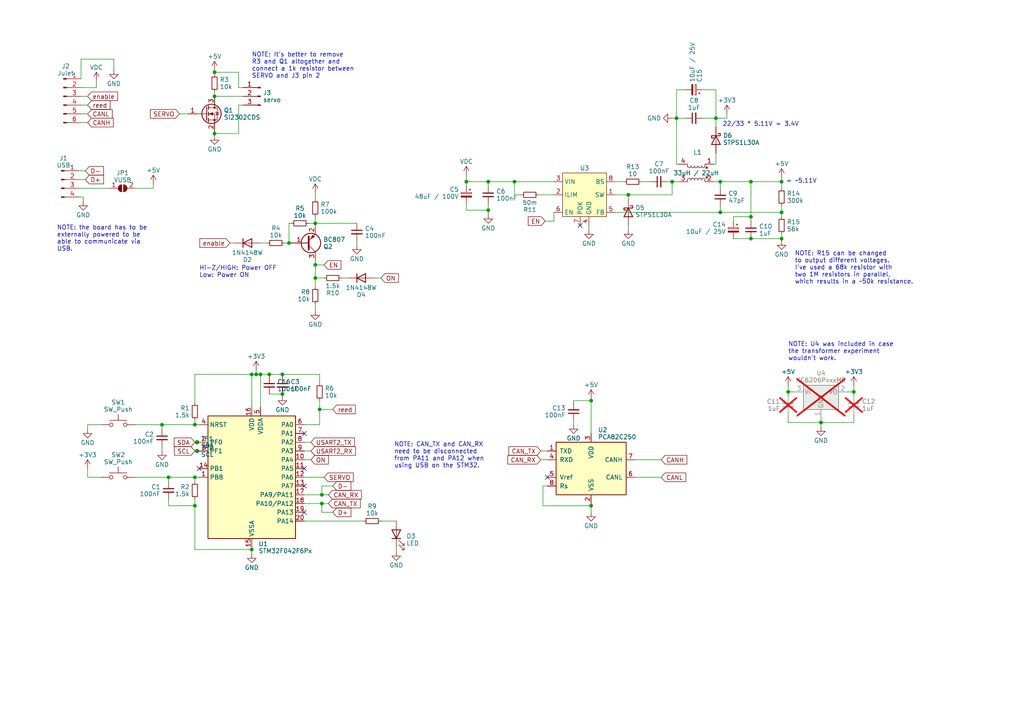
<source format=kicad_sch>
(kicad_sch (version 20230121) (generator eeschema)
  (paper "A4")
  (lib_symbols
    (symbol "Connector:Conn_01x03_Pin" (pin_names (offset 1.016) hide)
      (property "Reference" "J" (at 0 5.08 0))
      (property "Value" "Conn_01x03_Pin" (at 0 -5.08 0))
      (symbol "Conn_01x03_Pin_1_1"
        (pin passive line (at 5.08 2.54 180) (length 3.81) (name "Pin_1") (number "1"))
        (pin passive line (at 5.08 0 180) (length 3.81) (name "Pin_2") (number "2"))
        (pin passive line (at 5.08 -2.54 180) (length 3.81) (name "Pin_3") (number "3"))
      )
    )
    (symbol "Connector:Conn_01x04_Pin" (pin_names (offset 1.016) hide)
      (property "Reference" "J" (at 0 5.08 0))
      (property "Value" "Conn_01x04_Pin" (at 0 -7.62 0))
      (symbol "Conn_01x04_Pin_1_1"
        (pin passive line (at 5.08 2.54 180) (length 3.81) (name "Pin_1") (number "1"))
        (pin passive line (at 5.08 0 180) (length 3.81) (name "Pin_2") (number "2"))
        (pin passive line (at 5.08 -2.54 180) (length 3.81) (name "Pin_3") (number "3"))
        (pin passive line (at 5.08 -5.08 180) (length 3.81) (name "Pin_4") (number "4"))
      )
    )
    (symbol "Connector:Conn_01x06_Pin" (pin_names (offset 1.016) hide)
      (property "Reference" "J" (at 0 7.62 0))
      (property "Value" "Conn_01x06_Pin" (at 0 -10.16 0))
      (symbol "Conn_01x06_Pin_1_1"
        (pin passive line (at 5.08 5.08 180) (length 3.81) (name "Pin_1") (number "1"))
        (pin passive line (at 5.08 2.54 180) (length 3.81) (name "Pin_2") (number "2"))
        (pin passive line (at 5.08 0 180) (length 3.81) (name "Pin_3") (number "3"))
        (pin passive line (at 5.08 -2.54 180) (length 3.81) (name "Pin_4") (number "4"))
        (pin passive line (at 5.08 -5.08 180) (length 3.81) (name "Pin_5") (number "5"))
        (pin passive line (at 5.08 -7.62 180) (length 3.81) (name "Pin_6") (number "6"))
      )
    )
    (symbol "Connector:TestPoint_Small" (pin_numbers hide) (pin_names (offset 0.762) hide)
      (property "Reference" "TP" (at 0 3.81 0))
      (property "Value" "TestPoint_Small" (at 0 2.032 0))
      (symbol "TestPoint_Small_1_1"
        (pin passive line (at 0 0 90) (length 0) (name "1") (number "1"))
      )
    )
    (symbol "Device:C_Polarized_Small" (pin_numbers hide) (pin_names (offset 0.254) hide)
      (property "Reference" "C" (at 0.254 1.778 0))
      (property "Value" "C_Polarized_Small" (at 0.254 -2.032 0))
      (symbol "C_Polarized_Small_1_1"
        (pin passive line (at 0 2.54 270) (length 1.8542) (name "~") (number "1"))
        (pin passive line (at 0 -2.54 90) (length 1.8542) (name "~") (number "2"))
      )
    )
    (symbol "Device:C_Small" (pin_numbers hide) (pin_names (offset 0.254) hide)
      (property "Reference" "C" (at 0.254 1.778 0))
      (property "Value" "C_Small" (at 0.254 -2.032 0))
      (symbol "C_Small_1_1"
        (pin passive line (at 0 2.54 270) (length 2.032) (name "~") (number "1"))
        (pin passive line (at 0 -2.54 90) (length 2.032) (name "~") (number "2"))
      )
    )
    (symbol "Device:D_Schottky" (pin_numbers hide) (pin_names (offset 1.016) hide)
      (property "Reference" "D" (at 0 2.54 0))
      (property "Value" "D_Schottky" (at 0 -2.54 0))
      (symbol "D_Schottky_1_1"
        (pin passive line (at -3.81 0 0) (length 2.54) (name "K") (number "1"))
        (pin passive line (at 3.81 0 180) (length 2.54) (name "A") (number "2"))
      )
    )
    (symbol "Device:LED" (pin_numbers hide) (pin_names (offset 1.016) hide)
      (property "Reference" "D" (at 0 2.54 0))
      (property "Value" "LED" (at 0 -2.54 0))
      (symbol "LED_1_1"
        (pin passive line (at -3.81 0 0) (length 2.54) (name "K") (number "1"))
        (pin passive line (at 3.81 0 180) (length 2.54) (name "A") (number "2"))
      )
    )
    (symbol "Device:L_Coupled_1423" (pin_names (offset 0.254) hide)
      (property "Reference" "L" (at 0 4.445 0))
      (property "Value" "L_Coupled_1423" (at 0 -4.445 0))
      (symbol "L_Coupled_1423_1_1"
        (pin passive line (at -5.08 2.54 0) (length 2.54) (name "1") (number "1"))
        (pin passive line (at -5.08 -2.54 0) (length 2.54) (name "2") (number "2"))
        (pin passive line (at 5.08 -2.54 180) (length 2.54) (name "3") (number "3"))
        (pin passive line (at 5.08 2.54 180) (length 2.54) (name "4") (number "4"))
      )
    )
    (symbol "Device:R_Small" (pin_numbers hide) (pin_names (offset 0.254) hide)
      (property "Reference" "R" (at 0.762 0.508 0))
      (property "Value" "R_Small" (at 0.762 -1.016 0))
      (symbol "R_Small_1_1"
        (pin passive line (at 0 2.54 270) (length 0.762) (name "~") (number "1"))
        (pin passive line (at 0 -2.54 90) (length 0.762) (name "~") (number "2"))
      )
    )
    (symbol "Diode:1N4148W" (pin_numbers hide) (pin_names hide)
      (property "Reference" "D" (at 0 2.54 0))
      (property "Value" "1N4148W" (at 0 -2.54 0))
      (symbol "1N4148W_1_1"
        (pin passive line (at -3.81 0 0) (length 2.54) (name "K") (number "1"))
        (pin passive line (at 3.81 0 180) (length 2.54) (name "A") (number "2"))
      )
    )
    (symbol "Jumper:SolderJumper_2_Open" (pin_names (offset 0) hide)
      (property "Reference" "JP" (at 0 2.032 0))
      (property "Value" "SolderJumper_2_Open" (at 0 -2.54 0))
      (symbol "SolderJumper_2_Open_1_1"
        (pin passive line (at -3.81 0 0) (length 2.54) (name "A") (number "1"))
        (pin passive line (at 3.81 0 180) (length 2.54) (name "B") (number "2"))
      )
    )
    (symbol "MCU_ST_STM32F0:STM32F042F6Px"
      (property "Reference" "U" (at -12.7 19.05 0))
      (property "Value" "STM32F042F6Px" (at 5.08 19.05 0))
      (symbol "STM32F042F6Px_1_1"
        (pin bidirectional line (at -15.24 0 0) (length 2.54) (name "PB8") (number "1"))
        (pin bidirectional line (at 15.24 5.08 180) (length 2.54) (name "PA4") (number "10"))
        (pin bidirectional line (at 15.24 2.54 180) (length 2.54) (name "PA5") (number "11"))
        (pin bidirectional line (at 15.24 0 180) (length 2.54) (name "PA6") (number "12"))
        (pin bidirectional line (at 15.24 -2.54 180) (length 2.54) (name "PA7") (number "13"))
        (pin bidirectional line (at -15.24 2.54 0) (length 2.54) (name "PB1") (number "14"))
        (pin power_in line (at 0 -20.32 90) (length 2.54) (name "VSSA") (number "15"))
        (pin power_in line (at 0 20.32 270) (length 2.54) (name "VDD") (number "16"))
        (pin bidirectional line (at 15.24 -5.08 180) (length 2.54) (name "PA9/PA11") (number "17"))
        (pin bidirectional line (at 15.24 -7.62 180) (length 2.54) (name "PA10/PA12") (number "18"))
        (pin bidirectional line (at 15.24 -10.16 180) (length 2.54) (name "PA13") (number "19"))
        (pin bidirectional line (at -15.24 10.16 0) (length 2.54) (name "PF0") (number "2"))
        (pin bidirectional line (at 15.24 -12.7 180) (length 2.54) (name "PA14") (number "20"))
        (pin bidirectional line (at -15.24 7.62 0) (length 2.54) (name "PF1") (number "3"))
        (pin input line (at -15.24 15.24 0) (length 2.54) (name "NRST") (number "4"))
        (pin power_in line (at 2.54 20.32 270) (length 2.54) (name "VDDA") (number "5"))
        (pin bidirectional line (at 15.24 15.24 180) (length 2.54) (name "PA0") (number "6"))
        (pin bidirectional line (at 15.24 12.7 180) (length 2.54) (name "PA1") (number "7"))
        (pin bidirectional line (at 15.24 10.16 180) (length 2.54) (name "PA2") (number "8"))
        (pin bidirectional line (at 15.24 7.62 180) (length 2.54) (name "PA3") (number "9"))
      )
    )
    (symbol "PCM_4ms_Power-symbol:+3.3V" (power) (pin_names (offset 0))
      (property "Value" "+3.3V" (at 0 3.556 0))
      (symbol "+3.3V_1_1"
        (pin power_in line (at 0 0 90) (length 0) hide (name "+3V3") (number "1"))
      )
    )
    (symbol "PCM_4ms_Power-symbol:+5V" (power) (pin_names (offset 0))
      (property "Value" "+5V" (at 0 3.556 0))
      (symbol "+5V_1_1"
        (pin power_in line (at 0 0 90) (length 0) hide (name "+5V") (number "1"))
      )
    )
    (symbol "PCM_4ms_Power-symbol:GND" (power) (pin_names (offset 0))
      (property "Value" "GND" (at 0 -3.81 0))
      (symbol "GND_1_1"
        (pin power_in line (at 0 0 270) (length 0) hide (name "GND") (number "1"))
      )
    )
    (symbol "Regulator_Linear:XC6206PxxxMR" (pin_names (offset 0.254))
      (property "Reference" "U" (at -3.81 3.175 0))
      (property "Value" "XC6206PxxxMR" (at 0 3.175 0))
      (symbol "XC6206PxxxMR_1_1"
        (pin power_in line (at 0 -7.62 90) (length 2.54) (name "GND") (number "1"))
        (pin power_out line (at 7.62 0 180) (length 2.54) (name "VO") (number "2"))
        (pin power_in line (at -7.62 0 0) (length 2.54) (name "VI") (number "3"))
      )
    )
    (symbol "Switch:SW_Push" (pin_numbers hide) (pin_names (offset 1.016) hide)
      (property "Reference" "SW" (at 1.27 2.54 0))
      (property "Value" "SW_Push" (at 0 -1.524 0))
      (symbol "SW_Push_0_1"
        (pin passive line (at -5.08 0 0) (length 2.54) (name "1") (number "1"))
        (pin passive line (at 5.08 0 180) (length 2.54) (name "2") (number "2"))
      )
    )
    (symbol "Transistor_BJT:BC807" (pin_names (offset 0) hide)
      (property "Reference" "Q" (at 5.08 1.905 0))
      (property "Value" "BC807" (at 5.08 0 0))
      (symbol "BC807_1_1"
        (pin input line (at -5.08 0 0) (length 5.715) (name "B") (number "1"))
        (pin passive line (at 2.54 -5.08 90) (length 2.54) (name "E") (number "2"))
        (pin passive line (at 2.54 5.08 270) (length 2.54) (name "C") (number "3"))
      )
    )
    (symbol "Transistor_FET:2N7002" (pin_names hide)
      (property "Reference" "Q" (at 5.08 1.905 0))
      (property "Value" "2N7002" (at 5.08 0 0))
      (symbol "2N7002_1_1"
        (pin input line (at -5.08 0 0) (length 2.54) (name "G") (number "1"))
        (pin passive line (at 2.54 -5.08 90) (length 2.54) (name "S") (number "2"))
        (pin passive line (at 2.54 5.08 270) (length 2.54) (name "D") (number "3"))
      )
    )
    (symbol "lib:PCA82C250" (pin_names (offset 1.016))
      (property "Reference" "U" (at -10.16 8.89 0))
      (property "Value" "PCA82C250" (at 2.54 8.89 0))
      (symbol "PCA82C250_1_1"
        (pin input line (at -12.7 5.08 0) (length 2.54) (name "TXD") (number "1"))
        (pin power_in line (at 0 -10.16 90) (length 2.54) (name "VSS") (number "2"))
        (pin power_in line (at 0 10.16 270) (length 2.54) (name "VDD") (number "3"))
        (pin output line (at -12.7 2.54 0) (length 2.54) (name "RXD") (number "4"))
        (pin input line (at -12.7 -2.54 0) (length 2.54) (name "Vref") (number "5"))
        (pin bidirectional line (at 12.7 -2.54 180) (length 2.54) (name "CANL") (number "6"))
        (pin bidirectional line (at 12.7 2.54 180) (length 2.54) (name "CANH") (number "7"))
        (pin input line (at -12.7 -5.08 0) (length 2.54) (name "Rs") (number "8"))
      )
    )
    (symbol "lib:TX4139"
      (property "Reference" "U" (at 0 10.16 0))
      (symbol "TX4139_1_1"
        (pin output line (at 8.89 2.54 180) (length 2.54) (name "SW") (number "1"))
        (pin input line (at -8.89 2.54 0) (length 2.54) (name "ILIM") (number "2"))
        (pin power_in line (at -8.89 6.35 0) (length 2.54) (name "VIN") (number "3"))
        (pin power_in line (at 1.27 -6.35 90) (length 2.54) (name "GND") (number "4"))
        (pin input line (at 8.89 -2.54 180) (length 2.54) (name "FB") (number "5"))
        (pin input line (at -8.89 -2.54 0) (length 2.54) (name "EN") (number "6"))
        (pin open_collector line (at -1.27 -6.35 90) (length 2.54) (name "POK") (number "7"))
        (pin output line (at 8.89 6.35 180) (length 2.54) (name "BS") (number "8"))
      )
    )
    (symbol "power:VDC" (power) (pin_names (offset 0))
      (property "Value" "VDC" (at 0 6.35 0))
      (symbol "VDC_1_1"
        (pin power_in line (at 0 0 90) (length 0) hide (name "VDC") (number "1"))
      )
    )
  )
  (junction (at 228.6 113.665))
  (junction (at 207.645 34.29))
  (junction (at 182.245 56.515))
  (junction (at 62.23 27.94))
  (junction (at 57.15 128.27))
  (junction (at 196.215 34.29))
  (junction (at 56.515 146.685))
  (junction (at 62.23 20.955))
  (junction (at 93.345 143.51))
  (junction (at 78.105 108.585))
  (junction (at 141.605 60.96))
  (junction (at 226.695 52.705))
  (junction (at 91.44 76.835))
  (junction (at 208.915 61.595))
  (junction (at 62.23 38.735))
  (junction (at 83.82 70.485))
  (junction (at 92.71 118.745))
  (junction (at 73.025 108.585))
  (junction (at 238.125 122.555))
  (junction (at 149.225 52.705))
  (junction (at 141.605 52.705))
  (junction (at 226.695 69.215))
  (junction (at 46.99 123.19))
  (junction (at 217.805 69.215))
  (junction (at 74.295 108.585))
  (junction (at 208.915 52.705))
  (junction (at 217.805 62.865))
  (junction (at 226.695 61.595))
  (junction (at 81.915 114.3))
  (junction (at 135.255 52.705))
  (junction (at 217.805 52.705))
  (junction (at 57.15 130.81))
  (junction (at 93.345 146.05))
  (junction (at 171.45 146.685))
  (junction (at 194.945 52.705))
  (junction (at 56.515 138.43))
  (junction (at 91.44 64.77))
  (junction (at 73.025 159.385))
  (junction (at 171.45 116.205))
  (junction (at 56.515 123.19))
  (junction (at 91.44 80.645))
  (junction (at 81.915 108.585))
  (junction (at 48.895 138.43))
  (junction (at 247.65 113.665))
  (junction (at 75.565 108.585))
  (no_connect (at 88.265 125.73))
  (no_connect (at 57.785 135.89))
  (no_connect (at 158.75 138.43))
  (no_connect (at 88.265 140.97))
  (no_connect (at 88.265 148.59))
  (no_connect (at 168.275 65.405))
  (no_connect (at 88.265 135.89))
  (wire (pts (xy 22.86 49.53) (xy 24.765 49.53)))
  (wire (pts (xy 156.845 130.81) (xy 158.75 130.81)))
  (wire (pts (xy 196.215 47.625) (xy 196.85 47.625)))
  (wire (pts (xy 114.935 158.75) (xy 114.935 160.02)))
  (wire (pts (xy 171.45 146.685) (xy 171.45 148.59)))
  (wire (pts (xy 210.82 34.29) (xy 210.82 33.02)))
  (wire (pts (xy 228.6 113.665) (xy 230.505 113.665)))
  (wire (pts (xy 207.01 52.705) (xy 208.915 52.705)))
  (wire (pts (xy 135.255 50.8) (xy 135.255 52.705)))
  (wire (pts (xy 56.515 144.78) (xy 56.515 146.685)))
  (wire (pts (xy 83.82 70.485) (xy 83.82 64.77)))
  (wire (pts (xy 228.6 113.665) (xy 228.6 114.935)))
  (wire (pts (xy 193.675 52.705) (xy 194.945 52.705)))
  (wire (pts (xy 198.755 26.035) (xy 196.215 26.035)))
  (wire (pts (xy 48.895 138.43) (xy 56.515 138.43)))
  (wire (pts (xy 91.44 76.835) (xy 91.44 80.645)))
  (wire (pts (xy 56.515 138.43) (xy 57.785 138.43)))
  (wire (pts (xy 39.37 54.61) (xy 44.45 54.61)))
  (wire (pts (xy 217.805 69.215) (xy 226.695 69.215)))
  (wire (pts (xy 226.695 67.945) (xy 226.695 69.215)))
  (wire (pts (xy 157.48 140.97) (xy 157.48 146.685)))
  (wire (pts (xy 83.82 64.77) (xy 84.455 64.77)))
  (wire (pts (xy 203.835 26.035) (xy 207.645 26.035)))
  (wire (pts (xy 33.02 17.145) (xy 33.02 20.32)))
  (wire (pts (xy 57.15 130.81) (xy 57.785 130.81)))
  (wire (pts (xy 228.6 122.555) (xy 238.125 122.555)))
  (wire (pts (xy 89.535 64.77) (xy 91.44 64.77)))
  (wire (pts (xy 23.495 22.86) (xy 23.495 17.145)))
  (wire (pts (xy 135.255 59.055) (xy 135.255 60.96)))
  (wire (pts (xy 158.75 140.97) (xy 157.48 140.97)))
  (wire (pts (xy 92.71 108.585) (xy 92.71 111.125)))
  (wire (pts (xy 96.52 148.59) (xy 93.345 148.59)))
  (wire (pts (xy 207.645 47.625) (xy 207.01 47.625)))
  (wire (pts (xy 92.71 118.745) (xy 92.71 123.19)))
  (wire (pts (xy 91.44 64.77) (xy 103.505 64.77)))
  (wire (pts (xy 25.4 124.46) (xy 25.4 123.19)))
  (wire (pts (xy 171.45 146.05) (xy 171.45 146.685)))
  (wire (pts (xy 103.505 69.85) (xy 103.505 71.12)))
  (wire (pts (xy 27.94 23.495) (xy 27.94 25.4)))
  (wire (pts (xy 91.44 75.565) (xy 91.44 76.835)))
  (wire (pts (xy 46.99 129.54) (xy 46.99 130.81)))
  (wire (pts (xy 170.815 65.405) (xy 170.815 66.675)))
  (wire (pts (xy 110.49 151.13) (xy 114.935 151.13)))
  (wire (pts (xy 178.435 52.705) (xy 180.975 52.705)))
  (wire (pts (xy 93.345 148.59) (xy 93.345 146.05)))
  (wire (pts (xy 56.515 130.81) (xy 57.15 130.81)))
  (wire (pts (xy 226.695 52.705) (xy 226.695 54.61)))
  (wire (pts (xy 82.55 70.485) (xy 83.82 70.485)))
  (wire (pts (xy 48.895 139.7) (xy 48.895 138.43)))
  (wire (pts (xy 182.245 56.515) (xy 194.945 56.515)))
  (wire (pts (xy 92.71 108.585) (xy 81.915 108.585)))
  (wire (pts (xy 217.805 52.705) (xy 226.695 52.705)))
  (wire (pts (xy 208.915 61.595) (xy 226.695 61.595)))
  (wire (pts (xy 212.725 69.215) (xy 217.805 69.215)))
  (wire (pts (xy 56.515 159.385) (xy 73.025 159.385)))
  (wire (pts (xy 39.37 138.43) (xy 48.895 138.43)))
  (wire (pts (xy 73.025 159.385) (xy 73.025 160.655)))
  (wire (pts (xy 23.495 35.56) (xy 25.4 35.56)))
  (wire (pts (xy 247.65 111.76) (xy 247.65 113.665)))
  (wire (pts (xy 247.65 120.015) (xy 247.65 122.555)))
  (wire (pts (xy 91.44 88.265) (xy 91.44 90.17)))
  (wire (pts (xy 23.495 25.4) (xy 27.94 25.4)))
  (wire (pts (xy 69.215 30.48) (xy 70.485 30.48)))
  (wire (pts (xy 56.515 121.92) (xy 56.515 123.19)))
  (wire (pts (xy 66.675 70.485) (xy 67.945 70.485)))
  (wire (pts (xy 207.645 44.45) (xy 207.645 47.625)))
  (wire (pts (xy 156.21 56.515) (xy 160.655 56.515)))
  (wire (pts (xy 62.23 38.1) (xy 62.23 38.735)))
  (wire (pts (xy 93.345 146.05) (xy 88.265 146.05)))
  (wire (pts (xy 96.52 118.745) (xy 92.71 118.745)))
  (wire (pts (xy 207.645 34.29) (xy 207.645 36.83)))
  (wire (pts (xy 22.86 52.07) (xy 24.765 52.07)))
  (wire (pts (xy 203.835 34.29) (xy 207.645 34.29)))
  (wire (pts (xy 212.725 62.865) (xy 217.805 62.865)))
  (wire (pts (xy 23.495 17.145) (xy 33.02 17.145)))
  (wire (pts (xy 88.265 143.51) (xy 93.345 143.51)))
  (wire (pts (xy 228.6 111.76) (xy 228.6 113.665)))
  (wire (pts (xy 52.07 33.02) (xy 54.61 33.02)))
  (wire (pts (xy 56.515 146.685) (xy 56.515 159.385)))
  (wire (pts (xy 208.915 59.69) (xy 208.915 61.595)))
  (wire (pts (xy 81.915 114.3) (xy 81.915 114.935)))
  (wire (pts (xy 25.4 138.43) (xy 29.21 138.43)))
  (wire (pts (xy 88.265 130.81) (xy 90.17 130.81)))
  (wire (pts (xy 74.295 107.315) (xy 74.295 108.585)))
  (wire (pts (xy 74.295 108.585) (xy 75.565 108.585)))
  (wire (pts (xy 44.45 54.61) (xy 44.45 53.34)))
  (wire (pts (xy 217.805 62.865) (xy 217.805 64.135)))
  (wire (pts (xy 22.86 54.61) (xy 31.75 54.61)))
  (wire (pts (xy 141.605 60.96) (xy 141.605 62.23)))
  (wire (pts (xy 56.515 108.585) (xy 73.025 108.585)))
  (wire (pts (xy 24.13 57.15) (xy 24.13 58.42)))
  (wire (pts (xy 208.915 52.705) (xy 217.805 52.705)))
  (wire (pts (xy 56.515 128.27) (xy 57.15 128.27)))
  (wire (pts (xy 88.265 133.35) (xy 90.17 133.35)))
  (wire (pts (xy 57.15 128.27) (xy 57.785 128.27)))
  (wire (pts (xy 194.945 56.515) (xy 194.945 52.705)))
  (wire (pts (xy 194.945 34.29) (xy 196.215 34.29)))
  (wire (pts (xy 81.915 109.22) (xy 81.915 108.585)))
  (wire (pts (xy 91.44 62.865) (xy 91.44 64.77)))
  (wire (pts (xy 78.105 108.585) (xy 78.105 109.22)))
  (wire (pts (xy 91.44 55.88) (xy 91.44 57.785)))
  (wire (pts (xy 62.23 20.955) (xy 62.23 21.59)))
  (wire (pts (xy 108.585 80.645) (xy 110.49 80.645)))
  (wire (pts (xy 171.45 115.57) (xy 171.45 116.205)))
  (wire (pts (xy 238.125 122.555) (xy 238.125 121.285)))
  (wire (pts (xy 73.025 108.585) (xy 74.295 108.585)))
  (wire (pts (xy 93.345 140.97) (xy 93.345 143.51)))
  (wire (pts (xy 247.65 122.555) (xy 238.125 122.555)))
  (wire (pts (xy 22.86 57.15) (xy 24.13 57.15)))
  (wire (pts (xy 73.025 158.75) (xy 73.025 159.385)))
  (wire (pts (xy 25.4 135.89) (xy 25.4 138.43)))
  (wire (pts (xy 75.565 108.585) (xy 78.105 108.585)))
  (wire (pts (xy 23.495 30.48) (xy 25.4 30.48)))
  (wire (pts (xy 48.895 144.78) (xy 48.895 146.685)))
  (wire (pts (xy 69.215 38.735) (xy 62.23 38.735)))
  (wire (pts (xy 247.65 113.665) (xy 247.65 114.935)))
  (wire (pts (xy 166.37 116.205) (xy 166.37 116.84)))
  (wire (pts (xy 178.435 56.515) (xy 182.245 56.515)))
  (wire (pts (xy 226.695 61.595) (xy 226.695 62.865)))
  (wire (pts (xy 141.605 53.975) (xy 141.605 52.705)))
  (wire (pts (xy 78.105 114.3) (xy 81.915 114.3)))
  (wire (pts (xy 228.6 120.015) (xy 228.6 122.555)))
  (wire (pts (xy 78.105 108.585) (xy 81.915 108.585)))
  (wire (pts (xy 171.45 116.205) (xy 171.45 125.73)))
  (wire (pts (xy 171.45 116.205) (xy 166.37 116.205)))
  (wire (pts (xy 226.695 51.435) (xy 226.695 52.705)))
  (wire (pts (xy 91.44 80.645) (xy 93.98 80.645)))
  (wire (pts (xy 135.255 60.96) (xy 141.605 60.96)))
  (wire (pts (xy 226.695 69.215) (xy 226.695 69.85)))
  (wire (pts (xy 69.215 30.48) (xy 69.215 38.735)))
  (wire (pts (xy 75.565 70.485) (xy 77.47 70.485)))
  (wire (pts (xy 62.23 20.955) (xy 69.215 20.955)))
  (wire (pts (xy 91.44 80.645) (xy 91.44 83.185)))
  (wire (pts (xy 69.215 20.955) (xy 69.215 25.4)))
  (wire (pts (xy 160.655 64.135) (xy 160.655 61.595)))
  (wire (pts (xy 135.255 53.975) (xy 135.255 52.705)))
  (wire (pts (xy 149.225 56.515) (xy 149.225 52.705)))
  (wire (pts (xy 217.805 52.705) (xy 217.805 62.865)))
  (wire (pts (xy 157.48 146.685) (xy 171.45 146.685)))
  (wire (pts (xy 226.695 59.69) (xy 226.695 61.595)))
  (wire (pts (xy 207.645 34.29) (xy 210.82 34.29)))
  (wire (pts (xy 75.565 108.585) (xy 75.565 118.11)))
  (wire (pts (xy 184.15 138.43) (xy 191.77 138.43)))
  (wire (pts (xy 135.255 52.705) (xy 141.605 52.705)))
  (wire (pts (xy 73.025 118.11) (xy 73.025 108.585)))
  (wire (pts (xy 166.37 121.92) (xy 166.37 123.19)))
  (wire (pts (xy 99.06 80.645) (xy 100.965 80.645)))
  (wire (pts (xy 25.4 123.19) (xy 29.21 123.19)))
  (wire (pts (xy 91.44 76.835) (xy 93.98 76.835)))
  (wire (pts (xy 141.605 59.055) (xy 141.605 60.96)))
  (wire (pts (xy 56.515 116.84) (xy 56.515 108.585)))
  (wire (pts (xy 93.345 146.05) (xy 95.25 146.05)))
  (wire (pts (xy 88.265 123.19) (xy 92.71 123.19)))
  (wire (pts (xy 208.915 52.705) (xy 208.915 54.61)))
  (wire (pts (xy 149.225 52.705) (xy 160.655 52.705)))
  (wire (pts (xy 182.245 56.515) (xy 182.245 57.785)))
  (wire (pts (xy 88.265 128.27) (xy 90.17 128.27)))
  (wire (pts (xy 56.515 139.7) (xy 56.515 138.43)))
  (wire (pts (xy 184.15 133.35) (xy 191.77 133.35)))
  (wire (pts (xy 69.215 25.4) (xy 70.485 25.4)))
  (wire (pts (xy 48.895 146.685) (xy 56.515 146.685)))
  (wire (pts (xy 92.71 118.745) (xy 92.71 116.205)))
  (wire (pts (xy 194.945 52.705) (xy 196.85 52.705)))
  (wire (pts (xy 23.495 33.02) (xy 25.4 33.02)))
  (wire (pts (xy 39.37 123.19) (xy 46.99 123.19)))
  (wire (pts (xy 56.515 123.19) (xy 57.785 123.19)))
  (wire (pts (xy 207.645 26.035) (xy 207.645 34.29)))
  (wire (pts (xy 196.215 26.035) (xy 196.215 34.29)))
  (wire (pts (xy 182.245 65.405) (xy 182.245 66.675)))
  (wire (pts (xy 23.495 27.94) (xy 25.4 27.94)))
  (wire (pts (xy 178.435 61.595) (xy 208.915 61.595)))
  (wire (pts (xy 96.52 140.97) (xy 93.345 140.97)))
  (wire (pts (xy 151.13 56.515) (xy 149.225 56.515)))
  (wire (pts (xy 62.23 20.32) (xy 62.23 20.955)))
  (wire (pts (xy 88.265 138.43) (xy 93.98 138.43)))
  (wire (pts (xy 141.605 52.705) (xy 149.225 52.705)))
  (wire (pts (xy 91.44 64.77) (xy 91.44 65.405)))
  (wire (pts (xy 245.745 113.665) (xy 247.65 113.665)))
  (wire (pts (xy 238.125 122.555) (xy 238.125 123.825)))
  (wire (pts (xy 62.23 27.94) (xy 70.485 27.94)))
  (wire (pts (xy 212.725 64.135) (xy 212.725 62.865)))
  (wire (pts (xy 156.845 133.35) (xy 158.75 133.35)))
  (wire (pts (xy 196.215 34.29) (xy 198.755 34.29)))
  (wire (pts (xy 158.115 64.135) (xy 160.655 64.135)))
  (wire (pts (xy 196.215 34.29) (xy 196.215 47.625)))
  (wire (pts (xy 88.265 151.13) (xy 105.41 151.13)))
  (wire (pts (xy 62.23 38.735) (xy 62.23 39.37)))
  (wire (pts (xy 93.345 143.51) (xy 95.25 143.51)))
  (wire (pts (xy 186.055 52.705) (xy 188.595 52.705)))
  (wire (pts (xy 46.99 123.19) (xy 56.515 123.19)))
  (wire (pts (xy 62.23 26.67) (xy 62.23 27.94)))
  (wire (pts (xy 46.99 123.19) (xy 46.99 124.46)))
  (text "NOTE: the board has to be\nexternally powered to be\nable to communicate via\nUSB." (at 16.51 73.025 0) (effects (font (size 1.27 1.27)) (justify left bottom)))
  (text "Hi-Z/HIGH: Power OFF\nLow: Power ON" (at 57.785 80.645 0) (effects (font (size 1.27 1.27)) (justify left bottom)))
  (text "= ~5.11V" (at 227.965 53.34 0) (effects (font (size 1.27 1.27)) (justify left bottom)))
  (text "NOTE: R15 can be changed\nto output different voltages.\nI've used a 68k resistor with\ntwo 1M resistors in parallel,\nwhich results in a ~50k resistance." (at 230.505 82.55 0) (effects (font (size 1.27 1.27)) (justify left bottom)))
  (text "NOTE: U4 was included in case\nthe transformer experiment\nwouldn't work." (at 228.6 104.775 0) (effects (font (size 1.27 1.27)) (justify left bottom)))
  (text "NOTE: CAN_TX and CAN_RX\nneed to be disconnected\nfrom PA11 and PA12 when\nusing USB on the STM32." (at 114.3 135.89 0) (effects (font (size 1.27 1.27)) (justify left bottom)))
  (text "22/33 * 5.11V = 3.4V" (at 209.55 36.83 0) (effects (font (size 1.27 1.27)) (justify left bottom)))
  (text "NOTE: It's better to remove \nR3 and Q1 altogether and\nconnect a 1k resistor between\nSERVO and J3 pin 2\n" (at 73.025 22.86 0) (effects (font (size 1.27 1.27)) (justify left bottom)))
  (global_label "SERVO" (shape input) (at 93.98 138.43 0) (property "Intersheetrefs" "${INTERSHEET_REFS}" (effects hide)))
  (global_label "CAN_RX" (shape input) (at 95.25 143.51 0) (property "Intersheetrefs" "${INTERSHEET_REFS}" (effects hide)))
  (global_label "USART2_RX" (shape input) (at 90.17 130.81 0) (property "Intersheetrefs" "${INTERSHEET_REFS}" (effects hide)))
  (global_label "reed" (shape input) (at 25.4 30.48 0) (property "Intersheetrefs" "${INTERSHEET_REFS}" (effects hide)))
  (global_label "D-" (shape input) (at 96.52 140.97 0) (property "Intersheetrefs" "${INTERSHEET_REFS}" (effects hide)))
  (global_label "SDA" (shape input) (at 56.515 128.27 180) (property "Intersheetrefs" "${INTERSHEET_REFS}" (effects hide)))
  (global_label "EN" (shape input) (at 93.98 76.835 0) (property "Intersheetrefs" "${INTERSHEET_REFS}" (effects hide)))
  (global_label "enable" (shape input) (at 66.675 70.485 180) (property "Intersheetrefs" "${INTERSHEET_REFS}" (effects hide)))
  (global_label "reed" (shape input) (at 96.52 118.745 0) (property "Intersheetrefs" "${INTERSHEET_REFS}" (effects hide)))
  (global_label "D+" (shape input) (at 24.765 52.07 0) (property "Intersheetrefs" "${INTERSHEET_REFS}" (effects hide)))
  (global_label "SCL" (shape input) (at 56.515 130.81 180) (property "Intersheetrefs" "${INTERSHEET_REFS}" (effects hide)))
  (global_label "enable" (shape input) (at 25.4 27.94 0) (property "Intersheetrefs" "${INTERSHEET_REFS}" (effects hide)))
  (global_label "ON" (shape input) (at 110.49 80.645 0) (property "Intersheetrefs" "${INTERSHEET_REFS}" (effects hide)))
  (global_label "D+" (shape input) (at 96.52 148.59 0) (property "Intersheetrefs" "${INTERSHEET_REFS}" (effects hide)))
  (global_label "ON" (shape input) (at 90.17 133.35 0) (property "Intersheetrefs" "${INTERSHEET_REFS}" (effects hide)))
  (global_label "EN" (shape input) (at 158.115 64.135 180) (property "Intersheetrefs" "${INTERSHEET_REFS}" (effects hide)))
  (global_label "CANL" (shape input) (at 191.77 138.43 0) (property "Intersheetrefs" "${INTERSHEET_REFS}" (effects hide)))
  (global_label "D-" (shape input) (at 24.765 49.53 0) (property "Intersheetrefs" "${INTERSHEET_REFS}" (effects hide)))
  (global_label "CAN_RX" (shape input) (at 156.845 133.35 180) (property "Intersheetrefs" "${INTERSHEET_REFS}" (effects hide)))
  (global_label "CAN_TX" (shape input) (at 156.845 130.81 180) (property "Intersheetrefs" "${INTERSHEET_REFS}" (effects hide)))
  (global_label "CANH" (shape input) (at 25.4 35.56 0) (property "Intersheetrefs" "${INTERSHEET_REFS}" (effects hide)))
  (global_label "CANH" (shape input) (at 191.77 133.35 0) (property "Intersheetrefs" "${INTERSHEET_REFS}" (effects hide)))
  (global_label "USART2_TX" (shape input) (at 90.17 128.27 0) (property "Intersheetrefs" "${INTERSHEET_REFS}" (effects hide)))
  (global_label "SERVO" (shape input) (at 52.07 33.02 180) (property "Intersheetrefs" "${INTERSHEET_REFS}" (effects hide)))
  (global_label "CANL" (shape input) (at 25.4 33.02 0) (property "Intersheetrefs" "${INTERSHEET_REFS}" (effects hide)))
  (global_label "CAN_TX" (shape input) (at 95.25 146.05 0) (property "Intersheetrefs" "${INTERSHEET_REFS}" (effects hide)))
  (symbol (lib_id "PCM_4ms_Power-symbol:+3.3V") (at 247.65 111.76 0) (unit 1)
    (property "Reference" "#PWR029" (effects hide))
    (property "Value" "+3.3V" (at 247.65 107.815 0))
  )
  (symbol (lib_id "Device:R_Small") (at 86.995 64.77 270) (unit 1)
    (property "Reference" "R5" (at 86.995 60.4534 90))
    (property "Value" "10k" (at 86.995 62.5014 90))
    (property "Footprint" "Resistor_SMD:R_0603_1608Metric_Pad0.98x0.95mm_HandSolder" (effects hide))
  )
  (symbol (lib_id "PCM_4ms_Power-symbol:GND") (at 46.99 130.81 0) (unit 1)
    (property "Reference" "#PWR07" (effects hide))
    (property "Value" "GND" (at 46.99 134.755 0))
  )
  (symbol (lib_id "Device:C_Small") (at 217.805 66.675 0) (unit 1)
    (property "Reference" "C10" (at 220.1291 65.6573 0) (effects (justify left)))
    (property "Value" "1uF" (at 220.1291 67.7053 0) (effects (justify left)))
    (property "Footprint" "Capacitor_SMD:C_0603_1608Metric_Pad1.08x0.95mm_HandSolder" (effects hide))
  )
  (symbol (lib_id "PCM_4ms_Power-symbol:GND") (at 73.025 160.655 0) (unit 1)
    (property "Reference" "#PWR010" (effects hide))
    (property "Value" "GND" (at 73.025 164.6 0))
  )
  (symbol (lib_id "Device:R_Small") (at 153.67 56.515 270) (mirror x) (unit 1)
    (property "Reference" "R11" (at 153.67 60.8316 90))
    (property "Value" "50m" (at 153.67 58.7836 90))
    (property "Footprint" "Resistor_SMD:R_0603_1608Metric_Pad0.98x0.95mm_HandSolder" (effects hide))
  )
  (symbol (lib_id "PCM_4ms_Power-symbol:+3.3V") (at 210.82 33.02 0) (unit 1)
    (property "Reference" "#PWR024" (effects hide))
    (property "Value" "+3.3V" (at 210.82 29.075 0))
  )
  (symbol (lib_id "Device:C_Small") (at 141.605 56.515 0) (unit 1)
    (property "Reference" "C6" (at 143.9291 55.4973 0) (effects (justify left)))
    (property "Value" "100nF" (at 143.9291 57.5453 0) (effects (justify left)))
    (property "Footprint" "Capacitor_SMD:C_0603_1608Metric_Pad1.08x0.95mm_HandSolder" (effects hide))
  )
  (symbol (lib_id "PCM_4ms_Power-symbol:GND") (at 141.605 62.23 0) (unit 1)
    (property "Reference" "#PWR018" (effects hide))
    (property "Value" "GND" (at 141.605 66.175 0))
  )
  (symbol (lib_id "PCM_4ms_Power-symbol:GND") (at 170.815 66.675 0) (unit 1)
    (property "Reference" "#PWR021" (effects hide))
    (property "Value" "GND" (at 170.815 70.62 0))
  )
  (symbol (lib_id "Device:C_Polarized_Small") (at 201.295 26.035 270) (mirror x) (unit 1)
    (property "Reference" "C15" (at 202.8651 23.876 0) (effects (justify left)))
    (property "Value" "10uF / 25V" (at 200.8171 23.876 0) (effects (justify left)))
    (property "Footprint" "Capacitor_SMD:CP_Elec_4x5.3" (effects hide))
  )
  (symbol (lib_id "Device:C_Small") (at 166.37 119.38 0) (mirror x) (unit 1)
    (property "Reference" "C13" (at 164.0459 118.3496 0) (effects (justify right)))
    (property "Value" "100nF" (at 164.0459 120.3976 0) (effects (justify right)))
    (property "Footprint" "Capacitor_SMD:C_0603_1608Metric_Pad1.08x0.95mm_HandSolder" (effects hide))
  )
  (symbol (lib_id "power:VDC") (at 135.255 50.8 0) (unit 1)
    (property "Reference" "#PWR017" (effects hide))
    (property "Value" "VDC" (at 135.255 46.855 0))
  )
  (symbol (lib_id "Device:C_Polarized_Small") (at 212.725 66.675 0) (mirror y) (unit 1)
    (property "Reference" "C14" (at 210.566 65.1049 0) (effects (justify left)))
    (property "Value" "10uF / 25V" (at 210.566 67.1529 0) (effects (justify left)))
    (property "Footprint" "Capacitor_SMD:CP_Elec_4x5.3" (effects hide))
  )
  (symbol (lib_id "PCM_4ms_Power-symbol:GND") (at 182.245 66.675 0) (unit 1)
    (property "Reference" "#PWR022" (effects hide))
    (property "Value" "GND" (at 182.245 70.62 0))
  )
  (symbol (lib_id "PCM_4ms_Power-symbol:GND") (at 24.13 58.42 0) (unit 1)
    (property "Reference" "#PWR01" (effects hide))
    (property "Value" "GND" (at 24.13 62.365 0))
  )
  (symbol (lib_id "Device:C_Small") (at 201.295 34.29 90) (unit 1)
    (property "Reference" "C8" (at 201.3013 29.1479 90))
    (property "Value" "1uF" (at 201.3013 31.1959 90))
    (property "Footprint" "Capacitor_SMD:C_0603_1608Metric_Pad1.08x0.95mm_HandSolder" (effects hide))
  )
  (symbol (lib_id "Regulator_Linear:XC6206PxxxMR") (at 238.125 113.665 0) (unit 1) (dnp yes)
    (property "Reference" "U4" (at 238.125 108.18 0))
    (property "Value" "XC6206PxxxMR" (at 238.125 110.228 0))
    (property "Footprint" "Package_TO_SOT_SMD:SOT-23-3" (effects hide))
    (property "Datasheet" "https://www.torexsemi.com/file/xc6206/XC6206.pdf" (effects hide))
  )
  (symbol (lib_id "Device:R_Small") (at 226.695 65.405 180) (unit 1)
    (property "Reference" "R15" (at 228.1936 64.381 0) (effects (justify right)))
    (property "Value" "56k" (at 228.1936 66.429 0) (effects (justify right)))
    (property "Footprint" "Resistor_SMD:R_0603_1608Metric_Pad0.98x0.95mm_HandSolder" (effects hide))
  )
  (symbol (lib_id "Device:R_Small") (at 107.95 151.13 270) (unit 1)
    (property "Reference" "R9" (at 107.95 146.8134 90))
    (property "Value" "10k" (at 107.95 148.8614 90))
    (property "Footprint" "Resistor_SMD:R_0603_1608Metric_Pad0.98x0.95mm_HandSolder" (effects hide))
  )
  (symbol (lib_id "PCM_4ms_Power-symbol:+3.3V") (at 74.295 107.315 0) (unit 1)
    (property "Reference" "#PWR011" (effects hide))
    (property "Value" "+3.3V" (at 74.295 103.37 0))
  )
  (symbol (lib_id "Diode:1N4148W") (at 71.755 70.485 0) (mirror x) (unit 1)
    (property "Reference" "D2" (at 71.755 75.335 0))
    (property "Value" "1N4148W" (at 71.755 73.287 0))
    (property "Footprint" "Diode_SMD:D_SOD-123" (effects hide))
    (property "Datasheet" "https://www.vishay.com/docs/85748/1n4148w.pdf" (effects hide))
    (property "Sim.Device" "D" (effects hide))
    (property "Sim.Pins" "1=K 2=A" (effects hide))
  )
  (symbol (lib_id "Connector:Conn_01x06_Pin") (at 18.415 27.94 0) (unit 1)
    (property "Reference" "J2" (at 19.05 19.2038 0))
    (property "Value" "Julet" (at 19.05 21.2518 0))
    (property "Footprint" "Connector_PinSocket_2.54mm:PinSocket_1x06_P2.54mm_Vertical" (effects hide))
  )
  (symbol (lib_id "Device:D_Schottky") (at 182.245 61.595 270) (unit 1)
    (property "Reference" "D5" (at 184.277 60.2535 90) (effects (justify left)))
    (property "Value" "STPS1L30A" (at 184.277 62.3015 90) (effects (justify left)))
    (property "Footprint" "Diode_SMD:D_SMA_Handsoldering" (effects hide))
  )
  (symbol (lib_id "PCM_4ms_Power-symbol:GND") (at 25.4 124.46 0) (unit 1)
    (property "Reference" "#PWR03" (effects hide))
    (property "Value" "GND" (at 25.4 128.405 0))
  )
  (symbol (lib_id "PCM_4ms_Power-symbol:GND") (at 33.02 20.32 0) (unit 1)
    (property "Reference" "#PWR02" (effects hide))
    (property "Value" "GND" (at 33.02 24.265 0))
  )
  (symbol (lib_id "Device:R_Small") (at 92.71 113.665 180) (unit 1)
    (property "Reference" "R6" (at 94.2086 112.641 0) (effects (justify right)))
    (property "Value" "10k" (at 94.2086 114.689 0) (effects (justify right)))
    (property "Footprint" "Resistor_SMD:R_0603_1608Metric_Pad0.98x0.95mm_HandSolder" (effects hide))
  )
  (symbol (lib_id "Device:C_Small") (at 247.65 117.475 180) (unit 1) (dnp yes)
    (property "Reference" "C12" (at 249.9741 116.4446 0) (effects (justify right)))
    (property "Value" "1uF" (at 249.9741 118.4926 0) (effects (justify right)))
    (property "Footprint" "Capacitor_SMD:C_0603_1608Metric_Pad1.08x0.95mm_HandSolder" (effects hide))
  )
  (symbol (lib_id "Device:C_Small") (at 46.99 127 0) (mirror y) (unit 1)
    (property "Reference" "C2" (at 44.6659 125.9823 0) (effects (justify left)))
    (property "Value" "100nF" (at 44.6659 128.0303 0) (effects (justify left)))
    (property "Footprint" "Capacitor_SMD:C_0603_1608Metric_Pad1.08x0.95mm_HandSolder" (effects hide))
  )
  (symbol (lib_id "PCM_4ms_Power-symbol:GND") (at 91.44 90.17 0) (unit 1)
    (property "Reference" "#PWR014" (effects hide))
    (property "Value" "GND" (at 91.44 94.115 0))
  )
  (symbol (lib_id "Connector:TestPoint_Small") (at 57.15 128.27 0) (unit 1)
    (property "Reference" "TP1" (at 58.293 127.246 0) (effects (justify left)))
    (property "Value" "SDA" (at 58.293 129.294 0) (effects (justify left)))
    (property "Footprint" "TestPoint:TestPoint_Pad_D1.5mm" (effects hide))
  )
  (symbol (lib_id "power:VDC") (at 91.44 55.88 0) (unit 1)
    (property "Reference" "#PWR013" (effects hide))
    (property "Value" "VDC" (at 91.44 51.935 0))
  )
  (symbol (lib_id "Device:C_Small") (at 48.895 142.24 0) (mirror y) (unit 1)
    (property "Reference" "C1" (at 46.5709 141.2223 0) (effects (justify left)))
    (property "Value" "100nF" (at 46.5709 143.2703 0) (effects (justify left)))
    (property "Footprint" "Capacitor_SMD:C_0603_1608Metric_Pad1.08x0.95mm_HandSolder" (effects hide))
  )
  (symbol (lib_id "PCM_4ms_Power-symbol:GND") (at 171.45 148.59 0) (unit 1)
    (property "Reference" "#PWR020" (effects hide))
    (property "Value" "GND" (at 171.45 152.535 0))
  )
  (symbol (lib_id "PCM_4ms_Power-symbol:GND") (at 166.37 123.19 0) (unit 1)
    (property "Reference" "#PWR030" (effects hide))
    (property "Value" "GND" (at 166.37 127.135 0))
  )
  (symbol (lib_id "Connector:Conn_01x03_Pin") (at 75.565 27.94 0) (mirror y) (unit 1)
    (property "Reference" "J3" (at 76.2762 26.916 0) (effects (justify right)))
    (property "Value" "servo" (at 76.2762 28.964 0) (effects (justify right)))
    (property "Footprint" "Connector_PinHeader_2.54mm:PinHeader_1x03_P2.54mm_Vertical" (effects hide))
  )
  (symbol (lib_id "Device:C_Small") (at 78.105 111.76 0) (unit 1)
    (property "Reference" "C16" (at 80.4291 110.7423 0) (effects (justify left)))
    (property "Value" "100nF" (at 80.4291 112.7903 0) (effects (justify left)))
    (property "Footprint" "Capacitor_SMD:C_0603_1608Metric_Pad1.08x0.95mm_HandSolder" (effects hide))
  )
  (symbol (lib_id "PCM_4ms_Power-symbol:+5V") (at 62.23 20.32 0) (unit 1)
    (property "Reference" "#PWR08" (effects hide))
    (property "Value" "+5V" (at 62.23 16.375 0))
  )
  (symbol (lib_id "Device:L_Coupled_1423") (at 201.93 50.165 0) (mirror y) (unit 1)
    (property "Reference" "L1" (at 202.311 44.172 0))
    (property "Value" "33uH / 22uH" (at 201.93 50.165 0))
    (property "Footprint" "Transformer_THT:Transformer_Toroid_Horizontal_D10.5mm_Amidon-T37" (effects hide))
  )
  (symbol (lib_id "PCM_4ms_Power-symbol:GND") (at 81.915 114.935 0) (unit 1)
    (property "Reference" "#PWR012" (effects hide))
    (property "Value" "GND" (at 81.915 118.88 0))
  )
  (symbol (lib_id "Device:C_Small") (at 81.915 111.76 0) (unit 1)
    (property "Reference" "C3" (at 84.2391 110.7423 0) (effects (justify left)))
    (property "Value" "100nF" (at 84.2391 112.7903 0) (effects (justify left)))
    (property "Footprint" "Capacitor_SMD:C_0603_1608Metric_Pad1.08x0.95mm_HandSolder" (effects hide))
  )
  (symbol (lib_id "Device:R_Small") (at 56.515 119.38 0) (mirror x) (unit 1)
    (property "Reference" "R1" (at 55.0164 118.356 0) (effects (justify right)))
    (property "Value" "1.5k" (at 55.0164 120.404 0) (effects (justify right)))
    (property "Footprint" "Resistor_SMD:R_0603_1608Metric_Pad0.98x0.95mm_HandSolder" (effects hide))
  )
  (symbol (lib_id "PCM_4ms_Power-symbol:+5V") (at 44.45 53.34 0) (unit 1)
    (property "Reference" "#PWR06" (effects hide))
    (property "Value" "+5V" (at 44.45 49.395 0))
  )
  (symbol (lib_id "Device:C_Small") (at 228.6 117.475 0) (mirror x) (unit 1) (dnp yes)
    (property "Reference" "C11" (at 226.2759 116.4446 0) (effects (justify right)))
    (property "Value" "1uF" (at 226.2759 118.4926 0) (effects (justify right)))
    (property "Footprint" "Capacitor_SMD:C_0603_1608Metric_Pad1.08x0.95mm_HandSolder" (effects hide))
  )
  (symbol (lib_id "Device:R_Small") (at 91.44 85.725 0) (mirror y) (unit 1)
    (property "Reference" "R8" (at 89.9414 84.701 0) (effects (justify left)))
    (property "Value" "10k" (at 89.9414 86.749 0) (effects (justify left)))
    (property "Footprint" "Resistor_SMD:R_0603_1608Metric_Pad0.98x0.95mm_HandSolder" (effects hide))
  )
  (symbol (lib_id "PCM_4ms_Power-symbol:+5V") (at 228.6 111.76 0) (unit 1)
    (property "Reference" "#PWR027" (effects hide))
    (property "Value" "+5V" (at 228.6 107.815 0))
  )
  (symbol (lib_id "Device:R_Small") (at 62.23 24.13 180) (unit 1)
    (property "Reference" "R3" (at 63.7286 23.106 0) (effects (justify right)))
    (property "Value" "10k" (at 63.7286 25.154 0) (effects (justify right)))
    (property "Footprint" "Resistor_SMD:R_0603_1608Metric_Pad0.98x0.95mm_HandSolder" (effects hide))
  )
  (symbol (lib_id "Device:R_Small") (at 226.695 57.15 180) (unit 1)
    (property "Reference" "R14" (at 228.1936 56.126 0) (effects (justify right)))
    (property "Value" "300k" (at 228.1936 58.174 0) (effects (justify right)))
    (property "Footprint" "Resistor_SMD:R_0603_1608Metric_Pad0.98x0.95mm_HandSolder" (effects hide))
  )
  (symbol (lib_id "lib:PCA82C250") (at 171.45 135.89 0) (unit 1)
    (property "Reference" "U2" (at 173.4059 124.69 0) (effects (justify left)))
    (property "Value" "PCA82C250" (at 173.4059 126.738 0) (effects (justify left)))
    (property "Footprint" "Package_SO:SO-8_3.9x4.9mm_P1.27mm" (effects hide))
    (property "Datasheet" "https://www.nxp.com/docs/en/data-sheet/PCA82C250.pdf" (effects hide))
  )
  (symbol (lib_id "Device:C_Small") (at 208.915 57.15 180) (unit 1)
    (property "Reference" "C9" (at 211.2391 56.1196 0) (effects (justify right)))
    (property "Value" "47pF" (at 211.2391 58.1676 0) (effects (justify right)))
    (property "Footprint" "Capacitor_SMD:C_0603_1608Metric_Pad1.08x0.95mm_HandSolder" (effects hide))
  )
  (symbol (lib_id "Device:R_Small") (at 183.515 52.705 90) (unit 1)
    (property "Reference" "R13" (at 183.515 48.3884 90))
    (property "Value" "10" (at 183.515 50.4364 90))
    (property "Footprint" "Resistor_SMD:R_0603_1608Metric_Pad0.98x0.95mm_HandSolder" (effects hide))
  )
  (symbol (lib_id "MCU_ST_STM32F0:STM32F042F6Px") (at 73.025 138.43 0) (unit 1)
    (property "Reference" "U1" (at 74.9809 157.742 0) (effects (justify left)))
    (property "Value" "STM32F042F6Px" (at 74.9809 159.79 0) (effects (justify left)))
    (property "Footprint" "Package_SO:TSSOP-20_4.4x6.5mm_P0.65mm" (effects hide))
    (property "Datasheet" "https://www.st.com/resource/en/datasheet/stm32f042f6.pdf" (effects hide))
  )
  (symbol (lib_id "Device:R_Small") (at 96.52 80.645 90) (mirror x) (unit 1)
    (property "Reference" "R10" (at 96.52 84.9616 90))
    (property "Value" "1.5k" (at 96.52 82.9136 90))
    (property "Footprint" "Resistor_SMD:R_0603_1608Metric_Pad0.98x0.95mm_HandSolder" (effects hide))
  )
  (symbol (lib_id "Device:C_Small") (at 103.505 67.31 0) (unit 1)
    (property "Reference" "C4" (at 105.8291 66.2923 0) (effects (justify left)))
    (property "Value" "100nF" (at 105.8291 68.3403 0) (effects (justify left)))
    (property "Footprint" "Capacitor_SMD:C_0603_1608Metric_Pad1.08x0.95mm_HandSolder" (effects hide))
  )
  (symbol (lib_id "PCM_4ms_Power-symbol:+3.3V") (at 25.4 135.89 0) (unit 1)
    (property "Reference" "#PWR04" (effects hide))
    (property "Value" "+3.3V" (at 25.4 131.945 0))
  )
  (symbol (lib_id "lib:TX4139") (at 169.545 59.055 0) (unit 1)
    (property "Reference" "U3" (at 169.545 48.76 0))
    (property "Value" "~" (at 169.545 64.135 0))
    (property "Footprint" "Package_SO:SOIC-8_3.9x4.9mm_P1.27mm" (effects hide))
  )
  (symbol (lib_id "Device:LED") (at 114.935 154.94 90) (unit 1)
    (property "Reference" "D3" (at 117.856 155.5035 90) (effects (justify right)))
    (property "Value" "LED" (at 117.856 157.5515 90) (effects (justify right)))
    (property "Footprint" "LED_THT:LED_D3.0mm" (effects hide))
  )
  (symbol (lib_id "PCM_4ms_Power-symbol:GND") (at 114.935 160.02 0) (unit 1)
    (property "Reference" "#PWR015" (effects hide))
    (property "Value" "GND" (at 114.935 163.965 0))
  )
  (symbol (lib_id "PCM_4ms_Power-symbol:+5V") (at 171.45 115.57 0) (unit 1)
    (property "Reference" "#PWR019" (effects hide))
    (property "Value" "+5V" (at 171.45 111.625 0))
  )
  (symbol (lib_id "Device:C_Polarized_Small") (at 135.255 56.515 0) (mirror y) (unit 1)
    (property "Reference" "C5" (at 133.096 54.9449 0) (effects (justify left)))
    (property "Value" "48uF / 100V" (at 133.096 56.9929 0) (effects (justify left)))
    (property "Footprint" "Capacitor_THT:CP_Radial_D10.0mm_P5.00mm" (effects hide))
  )
  (symbol (lib_id "PCM_4ms_Power-symbol:GND") (at 226.695 69.85 0) (unit 1)
    (property "Reference" "#PWR026" (effects hide))
    (property "Value" "GND" (at 226.695 73.795 0))
  )
  (symbol (lib_id "Switch:SW_Push") (at 34.29 138.43 0) (unit 1)
    (property "Reference" "SW2" (at 34.29 131.929 0))
    (property "Value" "SW_Push" (at 34.29 133.977 0))
    (property "Footprint" "Button_Switch_THT:SW_PUSH_6mm" (effects hide))
  )
  (symbol (lib_id "Diode:1N4148W") (at 104.775 80.645 0) (mirror x) (unit 1)
    (property "Reference" "D4" (at 104.775 85.495 0))
    (property "Value" "1N4148W" (at 104.775 83.447 0))
    (property "Footprint" "Diode_SMD:D_SOD-123" (effects hide))
    (property "Datasheet" "https://www.vishay.com/docs/85748/1n4148w.pdf" (effects hide))
    (property "Sim.Device" "D" (effects hide))
    (property "Sim.Pins" "1=K 2=A" (effects hide))
  )
  (symbol (lib_id "PCM_4ms_Power-symbol:GND") (at 103.505 71.12 0) (unit 1)
    (property "Reference" "#PWR016" (effects hide))
    (property "Value" "GND" (at 103.505 75.065 0))
  )
  (symbol (lib_id "Switch:SW_Push") (at 34.29 123.19 0) (unit 1)
    (property "Reference" "SW1" (at 34.29 116.689 0))
    (property "Value" "SW_Push" (at 34.29 118.737 0))
    (property "Footprint" "Button_Switch_THT:SW_PUSH_6mm" (effects hide))
  )
  (symbol (lib_id "Transistor_FET:2N7002") (at 59.69 33.02 0) (unit 1)
    (property "Reference" "Q1" (at 64.897 31.996 0) (effects (justify left)))
    (property "Value" "Si2302CDS" (at 64.897 34.044 0) (effects (justify left)))
    (property "Footprint" "Package_TO_SOT_SMD:SOT-23" (effects hide))
    (property "Datasheet" "https://www.onsemi.com/pub/Collateral/NDS7002A-D.PDF" (effects hide))
  )
  (symbol (lib_id "PCM_4ms_Power-symbol:+5V") (at 226.695 51.435 0) (unit 1)
    (property "Reference" "#PWR025" (effects hide))
    (property "Value" "+5V" (at 226.695 47.49 0))
  )
  (symbol (lib_id "power:VDC") (at 27.94 23.495 0) (unit 1)
    (property "Reference" "#PWR05" (effects hide))
    (property "Value" "VDC" (at 27.94 19.55 0))
  )
  (symbol (lib_id "PCM_4ms_Power-symbol:GND") (at 194.945 34.29 270) (unit 1)
    (property "Reference" "#PWR023" (effects hide))
    (property "Value" "GND" (at 191.7701 34.29 90) (effects (justify right)))
  )
  (symbol (lib_id "PCM_4ms_Power-symbol:GND") (at 62.23 39.37 0) (unit 1)
    (property "Reference" "#PWR09" (effects hide))
    (property "Value" "GND" (at 62.23 43.315 0))
  )
  (symbol (lib_id "Jumper:SolderJumper_2_Open") (at 35.56 54.61 0) (unit 1)
    (property "Reference" "JP1" (at 35.56 50.141 0))
    (property "Value" "VUSB" (at 35.56 52.189 0))
    (property "Footprint" "Jumper:SolderJumper-2_P1.3mm_Open_RoundedPad1.0x1.5mm" (effects hide))
  )
  (symbol (lib_id "Device:R_Small") (at 56.515 142.24 0) (mirror x) (unit 1)
    (property "Reference" "R2" (at 55.0164 141.216 0) (effects (justify right)))
    (property "Value" "1.5k" (at 55.0164 143.264 0) (effects (justify right)))
    (property "Footprint" "Resistor_SMD:R_0603_1608Metric_Pad0.98x0.95mm_HandSolder" (effects hide))
  )
  (symbol (lib_id "Device:R_Small") (at 80.01 70.485 270) (unit 1)
    (property "Reference" "R4" (at 80.01 66.1684 90))
    (property "Value" "10k" (at 80.01 68.2164 90))
    (property "Footprint" "Resistor_SMD:R_0603_1608Metric_Pad0.98x0.95mm_HandSolder" (effects hide))
  )
  (symbol (lib_id "Connector:Conn_01x04_Pin") (at 17.78 52.07 0) (unit 1)
    (property "Reference" "J1" (at 18.415 45.8738 0))
    (property "Value" "USB" (at 18.415 47.9218 0))
    (property "Footprint" "Connector_PinHeader_2.54mm:PinHeader_1x04_P2.54mm_Vertical" (effects hide))
  )
  (symbol (lib_id "PCM_4ms_Power-symbol:GND") (at 238.125 123.825 0) (unit 1)
    (property "Reference" "#PWR028" (effects hide))
    (property "Value" "GND" (at 238.125 127.77 0))
  )
  (symbol (lib_id "Transistor_BJT:BC807") (at 88.9 70.485 0) (mirror x) (unit 1)
    (property "Reference" "Q2" (at 93.7514 71.509 0) (effects (justify left)))
    (property "Value" "BC807" (at 93.7514 69.461 0) (effects (justify left)))
    (property "Footprint" "Package_TO_SOT_SMD:SOT-23" (effects hide))
    (property "Datasheet" "https://www.onsemi.com/pub/Collateral/BC808-D.pdf" (effects hide))
  )
  (symbol (lib_id "Device:C_Small") (at 191.135 52.705 90) (unit 1)
    (property "Reference" "C7" (at 191.1413 47.5629 90))
    (property "Value" "100nF" (at 191.1413 49.6109 90))
    (property "Footprint" "Capacitor_SMD:C_0603_1608Metric_Pad1.08x0.95mm_HandSolder" (effects hide))
  )
  (symbol (lib_id "Connector:TestPoint_Small") (at 57.15 130.81 0) (unit 1)
    (property "Reference" "TP2" (at 58.293 129.786 0) (effects (justify left)))
    (property "Value" "SCL" (at 58.293 131.834 0) (effects (justify left)))
    (property "Footprint" "TestPoint:TestPoint_Pad_D1.5mm" (effects hide))
  )
  (symbol (lib_id "Device:R_Small") (at 91.44 60.325 0) (unit 1)
    (property "Reference" "R7" (at 92.9386 59.301 0) (effects (justify left)))
    (property "Value" "100k" (at 92.9386 61.349 0) (effects (justify left)))
    (property "Footprint" "Resistor_SMD:R_0603_1608Metric_Pad0.98x0.95mm_HandSolder" (effects hide))
  )
  (symbol (lib_id "Device:D_Schottky") (at 207.645 40.64 270) (unit 1)
    (property "Reference" "D6" (at 209.677 39.2985 90) (effects (justify left)))
    (property "Value" "STPS1L30A" (at 209.677 41.3465 90) (effects (justify left)))
    (property "Footprint" "Diode_SMD:D_SMA_Handsoldering" (effects hide))
  )
)
</source>
